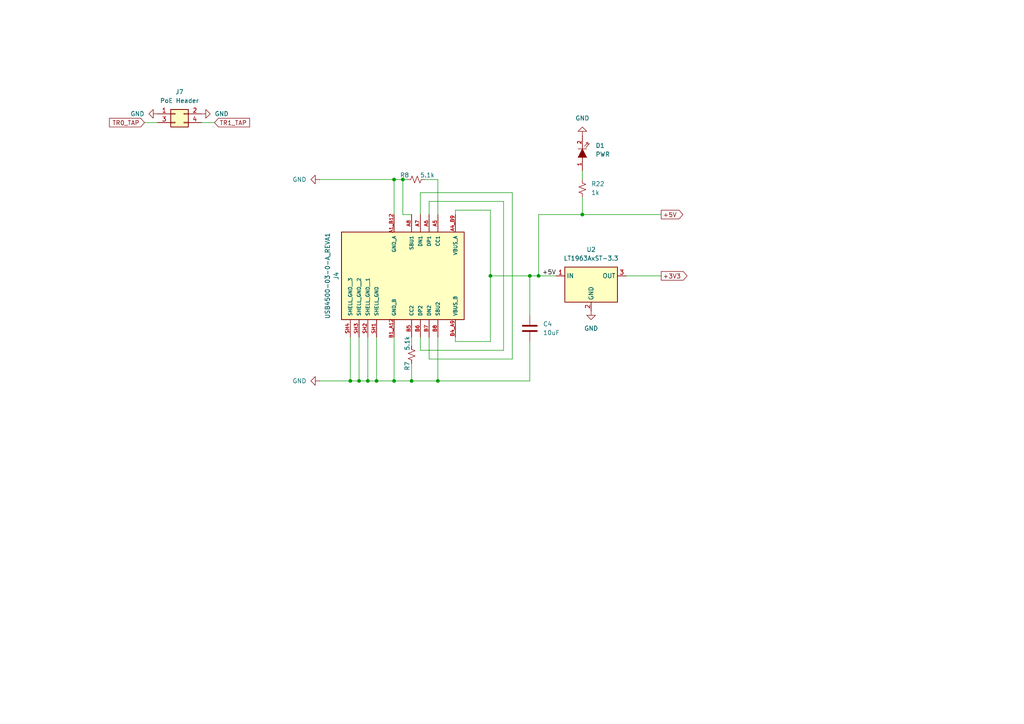
<source format=kicad_sch>
(kicad_sch (version 20231120) (generator "eeschema") (generator_version "8.0")
  (paper "A4")
  (lib_symbols
    (symbol "Connector_Generic:Conn_02x02_Odd_Even" (pin_names (offset 1.016) hide)
      (property "Reference" "J" (at 1.27 2.54 0))
      (property "Value" "Conn_02x02_Odd_Even" (at 1.27 -5.08 0))
      (symbol "Conn_02x02_Odd_Even_1_1"
        (rectangle (start -1.27 -2.413) (end 0 -2.667) (stroke (width 0.1524)))
        (rectangle (start -1.27 0.127) (end 0 -0.127) (stroke (width 0.1524)))
        (rectangle (start -1.27 1.27) (end 3.81 -3.81) (stroke (width 0.254)) (fill (type background)))
        (rectangle (start 3.81 -2.413) (end 2.54 -2.667) (stroke (width 0.1524)))
        (rectangle (start 3.81 0.127) (end 2.54 -0.127) (stroke (width 0.1524)))
        (pin passive line (at -5.08 0 0) (length 3.81) (name "Pin_1") (number "1"))
        (pin passive line (at 7.62 0 180) (length 3.81) (name "Pin_2") (number "2"))
        (pin passive line (at -5.08 -2.54 0) (length 3.81) (name "Pin_3") (number "3"))
        (pin passive line (at 7.62 -2.54 180) (length 3.81) (name "Pin_4") (number "4"))
      )
    )
    (symbol "Connector_USBC:USB4500-03-0-A_REVA1" (pin_names (offset 1.016))
      (property "Reference" "J4" (at 0 20.32 0))
      (property "Value" "USB4500-03-0-A_REVA1" (at 0 17.78 0))
      (symbol "USB4500-03-0-A_REVA1_0_0"
        (rectangle (start -12.7 15.24) (end 12.7 -20.32) (stroke (width 0.254)) (fill (type background)))
        (pin power_in line (at -17.78 -5.08 0) (length 5.08) (name "GND_A") (number "A1_B12"))
        (pin power_out line (at -17.78 12.7 0) (length 5.08) (name "VBUS_A") (number "A4_B9"))
        (pin bidirectional line (at -17.78 7.62 0) (length 5.08) (name "CC1") (number "A5"))
        (pin bidirectional line (at -17.78 5.08 0) (length 5.08) (name "DP1") (number "A6"))
        (pin bidirectional line (at -17.78 2.54 0) (length 5.08) (name "DN1") (number "A7"))
        (pin bidirectional line (at -17.78 0 0) (length 5.08) (name "SBU1") (number "A8"))
        (pin power_in line (at 17.78 -5.08 180) (length 5.08) (name "GND_B") (number "B1_A12"))
        (pin power_out line (at 17.78 12.7 180) (length 5.08) (name "VBUS_B") (number "B4_A9"))
        (pin bidirectional line (at 17.78 0 180) (length 5.08) (name "CC2") (number "B5"))
        (pin bidirectional line (at 17.78 2.54 180) (length 5.08) (name "DP2") (number "B6"))
        (pin bidirectional line (at 17.78 5.08 180) (length 5.08) (name "DN2") (number "B7"))
        (pin bidirectional line (at 17.78 7.62 180) (length 5.08) (name "SBU2") (number "B8"))
        (pin power_in line (at 17.78 -10.16 180) (length 5.08) (name "SHELL_GND") (number "SH1"))
        (pin power_in line (at 17.78 -12.7 180) (length 5.08) (name "SHELL_GND__1") (number "SH2"))
        (pin power_in line (at 17.78 -15.24 180) (length 5.08) (name "SHELL_GND__2") (number "SH3"))
        (pin power_in line (at 17.78 -17.78 180) (length 5.08) (name "SHELL_GND__3") (number "SH4"))
      )
    )
    (symbol "Device:C" (pin_numbers hide) (pin_names (offset 0.254))
      (property "Reference" "C" (at 0.635 2.54 0))
      (property "Value" "C" (at 0.635 -2.54 0))
      (symbol "C_0_1"
        (polyline (pts (xy -2.032 -0.762) (xy 2.032 -0.762)) (stroke (width 0.508)))
        (polyline (pts (xy -2.032 0.762) (xy 2.032 0.762)) (stroke (width 0.508)))
      )
      (symbol "C_1_1"
        (pin passive line (at 0 3.81 270) (length 2.794) (name "~") (number "1"))
        (pin passive line (at 0 -3.81 90) (length 2.794) (name "~") (number "2"))
      )
    )
    (symbol "Device:R_Small_US" (pin_numbers hide) (pin_names (offset 0.254) hide)
      (property "Reference" "R" (at 0.762 0.508 0))
      (property "Value" "R_Small_US" (at 0.762 -1.016 0))
      (symbol "R_Small_US_1_1"
        (polyline (pts (xy 0 0) (xy 1.016 -0.381) (xy 0 -0.762) (xy -1.016 -1.143) (xy 0 -1.524)))
        (polyline (pts (xy 0 1.524) (xy 1.016 1.143) (xy 0 0.762) (xy -1.016 0.381) (xy 0 0)))
        (pin passive line (at 0 2.54 270) (length 1.016) (name "~") (number "1"))
        (pin passive line (at 0 -2.54 90) (length 1.016) (name "~") (number "2"))
      )
    )
    (symbol "Regulator_Linear:LT1963AxST-3.3"
      (property "Reference" "U" (at -7.62 6.35 0))
      (property "Value" "LT1963AxST-3.3" (at -1.27 6.35 0))
      (symbol "LT1963AxST-3.3_0_1"
        (rectangle (start -7.62 5.08) (end 7.62 -5.08) (stroke (width 0.254)) (fill (type background)))
      )
      (symbol "LT1963AxST-3.3_1_1"
        (pin power_in line (at -10.16 2.54 0) (length 2.54) (name "IN") (number "1"))
        (pin power_in line (at 0 -7.62 90) (length 2.54) (name "GND") (number "2"))
        (pin power_out line (at 10.16 2.54 180) (length 2.54) (name "OUT") (number "3"))
      )
    )
    (symbol "power:GND" (power) (pin_numbers hide) (pin_names (offset 0) hide)
      (property "Value" "GND" (at 0 -3.81 0))
      (symbol "GND_0_1"
        (polyline (pts (xy 0 0) (xy 0 -1.27) (xy 1.27 -1.27) (xy 0 -2.54) (xy -1.27 -1.27) (xy 0 -1.27)))
      )
      (symbol "GND_1_1"
        (pin power_in line (at 0 0 270) (length 0) (name "~") (number "1"))
      )
    )
    (symbol "tinkerforge:LED" (pin_names (offset 1.016) hide)
      (property "Reference" "D" (at 0 2.54 0))
      (property "Value" "LED" (at 0 -2.54 0))
      (symbol "LED_0_1"
        (polyline (pts (xy 1.27 1.27) (xy 1.27 -1.27)))
        (polyline (pts (xy -1.27 1.27) (xy 1.27 0) (xy -1.27 -1.27)) (fill (type outline)))
        (polyline (pts (xy 1.651 -1.016) (xy 2.794 -2.032) (xy 2.667 -1.397)))
        (polyline (pts (xy 2.032 -0.635) (xy 3.175 -1.651) (xy 3.048 -1.016)))
      )
      (symbol "LED_1_1"
        (pin passive line (at -5.08 0 0) (length 3.81) (name "A") (number "1"))
        (pin passive line (at 5.08 0 180) (length 3.81) (name "K") (number "2"))
      )
    )
  )
  (junction (at 119.38 110.49))
  (junction (at 114.3 52.07))
  (junction (at 106.68 110.49))
  (junction (at 127 110.49))
  (junction (at 142.24 80.01))
  (junction (at 104.14 110.49))
  (junction (at 156.21 80.01))
  (junction (at 109.22 110.49))
  (junction (at 114.3 110.49))
  (junction (at 168.91 62.23))
  (junction (at 116.84 52.07))
  (junction (at 101.6 110.49))
  (junction (at 153.67 80.01))
  (wire (pts (xy 106.68 97.79) (xy 106.68 110.49)))
  (wire (pts (xy 124.46 62.23) (xy 124.46 58.42)))
  (wire (pts (xy 132.08 60.96) (xy 142.24 60.96)))
  (wire (pts (xy 121.92 55.88) (xy 121.92 62.23)))
  (wire (pts (xy 127 110.49) (xy 153.67 110.49)))
  (wire (pts (xy 148.59 104.14) (xy 148.59 55.88)))
  (wire (pts (xy 124.46 58.42) (xy 146.05 58.42)))
  (wire (pts (xy 116.84 52.07) (xy 118.11 52.07)))
  (wire (pts (xy 119.38 97.79) (xy 119.38 100.33)))
  (wire (pts (xy 181.61 80.01) (xy 191.77 80.01)))
  (wire (pts (xy 168.91 57.15) (xy 168.91 62.23)))
  (wire (pts (xy 104.14 110.49) (xy 106.68 110.49)))
  (wire (pts (xy 109.22 110.49) (xy 114.3 110.49)))
  (wire (pts (xy 101.6 110.49) (xy 104.14 110.49)))
  (wire (pts (xy 153.67 99.06) (xy 153.67 110.49)))
  (wire (pts (xy 124.46 104.14) (xy 148.59 104.14)))
  (wire (pts (xy 119.38 62.23) (xy 116.84 62.23)))
  (wire (pts (xy 109.22 97.79) (xy 109.22 110.49)))
  (wire (pts (xy 156.21 80.01) (xy 161.29 80.01)))
  (wire (pts (xy 153.67 80.01) (xy 156.21 80.01)))
  (wire (pts (xy 127 52.07) (xy 123.19 52.07)))
  (wire (pts (xy 142.24 80.01) (xy 142.24 99.06)))
  (wire (pts (xy 148.59 55.88) (xy 121.92 55.88)))
  (wire (pts (xy 114.3 52.07) (xy 116.84 52.07)))
  (wire (pts (xy 92.71 110.49) (xy 101.6 110.49)))
  (wire (pts (xy 127 110.49) (xy 119.38 110.49)))
  (wire (pts (xy 132.08 99.06) (xy 132.08 97.79)))
  (wire (pts (xy 106.68 110.49) (xy 109.22 110.49)))
  (wire (pts (xy 124.46 97.79) (xy 124.46 104.14)))
  (wire (pts (xy 121.92 101.6) (xy 121.92 97.79)))
  (wire (pts (xy 168.91 49.53) (xy 168.91 52.07)))
  (wire (pts (xy 114.3 97.79) (xy 114.3 110.49)))
  (wire (pts (xy 116.84 62.23) (xy 116.84 52.07)))
  (wire (pts (xy 146.05 58.42) (xy 146.05 101.6)))
  (wire (pts (xy 62.23 35.56) (xy 58.42 35.56)))
  (wire (pts (xy 101.6 97.79) (xy 101.6 110.49)))
  (wire (pts (xy 92.71 52.07) (xy 114.3 52.07)))
  (wire (pts (xy 142.24 60.96) (xy 142.24 80.01)))
  (wire (pts (xy 132.08 62.23) (xy 132.08 60.96)))
  (wire (pts (xy 41.91 35.56) (xy 45.72 35.56)))
  (wire (pts (xy 114.3 110.49) (xy 119.38 110.49)))
  (wire (pts (xy 142.24 99.06) (xy 132.08 99.06)))
  (wire (pts (xy 153.67 80.01) (xy 153.67 91.44)))
  (wire (pts (xy 156.21 80.01) (xy 156.21 62.23)))
  (wire (pts (xy 127 62.23) (xy 127 52.07)))
  (wire (pts (xy 114.3 52.07) (xy 114.3 62.23)))
  (wire (pts (xy 142.24 80.01) (xy 153.67 80.01)))
  (wire (pts (xy 146.05 101.6) (xy 121.92 101.6)))
  (wire (pts (xy 119.38 105.41) (xy 119.38 110.49)))
  (wire (pts (xy 156.21 62.23) (xy 168.91 62.23)))
  (wire (pts (xy 168.91 62.23) (xy 191.77 62.23)))
  (wire (pts (xy 104.14 97.79) (xy 104.14 110.49)))
  (wire (pts (xy 127 97.79) (xy 127 110.49)))
  (label "+5V" (at 161.29 80.01 180))
  (global_label "+5V" (shape output) (at 191.77 62.23 0) (property "Intersheetrefs" "${INTERSHEET_REFS}" (effects (hide yes))))
  (global_label "TR0_TAP" (shape input) (at 41.91 35.56 180) (property "Intersheetrefs" "${INTERSHEET_REFS}" (effects (hide yes))))
  (global_label "TR1_TAP" (shape input) (at 62.23 35.56 0) (property "Intersheetrefs" "${INTERSHEET_REFS}" (effects (hide yes))))
  (global_label "+3V3" (shape output) (at 191.77 80.01 0) (property "Intersheetrefs" "${INTERSHEET_REFS}" (effects (hide yes))))
  (symbol (lib_id "Connector_USBC:USB4500-03-0-A_REVA1") (at 119.38 80.01 270) (unit 1)
    (property "Reference" "J4" (at 97.536 80.01 0))
    (property "Value" "USB4500-03-0-A_REVA1" (at 94.996 80.01 0))
    (property "Footprint" "PowerJack:GCT_USB4500-03-0-A_REVA1" (effects (hide yes)))
    (property "PARTREV" "A1" (effects (hide yes)))
    (property "STANDARD" "Manufacturer Recommendations" (effects (hide yes)))
    (property "SNAPEDA_PN" "USB4500-03-0-A" (effects (hide yes)))
    (property "MAXIMUM_PACKAGE_HEIGHT" "2.36 mm" (effects (hide yes)))
    (property "MANUFACTURER" "Global Connector Technology" (effects (hide yes)))
  )
  (symbol (lib_id "Regulator_Linear:LT1963AxST-3.3") (at 171.45 82.55 0) (unit 1)
    (property "Reference" "U2" (at 171.45 72.39 0))
    (property "Value" "LT1963AxST-3.3" (at 171.45 74.93 0))
    (property "Footprint" "Package_TO_SOT_SMD:SOT-223-3_TabPin2" (effects (hide yes)))
    (property "Datasheet" "https://www.analog.com/media/en/technical-documentation/data-sheets/1963aff.pdf" (effects (hide yes)))
    (property "Description" "3.3V, 1.5A, Low Noise, Fast Transient Response LDO Regulator, SOT-223" (effects (hide yes)))
  )
  (symbol (lib_id "Device:R_Small_US") (at 119.38 102.87 180) (unit 1)
    (property "Reference" "R7" (at 118.11 106.172 90))
    (property "Value" "5.1k" (at 118.11 99.568 90))
    (property "Footprint" "Resistor_SMD:R_0402_1005Metric_Pad0.72x0.64mm_HandSolder" (effects (hide yes)))
    (property "Description" "Resistor, small US symbol" (effects (hide yes)))
  )
  (symbol (lib_id "power:GND") (at 168.91 39.37 180) (unit 1)
    (property "Reference" "#PWR024" (effects (hide yes)))
    (property "Value" "GND" (at 168.91 34.29 0))
    (property "Description" "Power symbol creates a global label with name \"GND\" , ground" (effects (hide yes)))
  )
  (symbol (lib_id "power:GND") (at 92.71 52.07 270) (unit 1)
    (property "Reference" "#PWR09" (effects (hide yes)))
    (property "Value" "GND" (at 88.9 52.0699 90) (effects (justify right)))
    (property "Description" "Power symbol creates a global label with name \"GND\" , ground" (effects (hide yes)))
  )
  (symbol (lib_id "Device:C") (at 153.67 95.25 0) (unit 1)
    (property "Reference" "C4" (at 157.48 93.9799 0) (effects (justify left)))
    (property "Value" "10uF" (at 157.48 96.5199 0) (effects (justify left)))
    (property "Footprint" "Capacitor_SMD:C_0402_1005Metric_Pad0.74x0.62mm_HandSolder" (effects (hide yes)))
    (property "Description" "Unpolarized capacitor" (effects (hide yes)))
  )
  (symbol (lib_id "Device:R_Small_US") (at 168.91 54.61 0) (unit 1)
    (property "Reference" "R22" (at 171.45 53.3399 0) (effects (justify left)))
    (property "Value" "1k" (at 171.45 55.8799 0) (effects (justify left)))
    (property "Footprint" "Resistor_SMD:R_0402_1005Metric_Pad0.72x0.64mm_HandSolder" (effects (hide yes)))
    (property "Description" "Resistor, small US symbol" (effects (hide yes)))
  )
  (symbol (lib_id "power:GND") (at 92.71 110.49 270) (unit 1)
    (property "Reference" "#PWR010" (effects (hide yes)))
    (property "Value" "GND" (at 88.9 110.4899 90) (effects (justify right)))
    (property "Description" "Power symbol creates a global label with name \"GND\" , ground" (effects (hide yes)))
  )
  (symbol (lib_id "power:GND") (at 171.45 90.17 0) (unit 1)
    (property "Reference" "#PWR011" (effects (hide yes)))
    (property "Value" "GND" (at 171.45 95.25 0))
    (property "Description" "Power symbol creates a global label with name \"GND\" , ground" (effects (hide yes)))
  )
  (symbol (lib_id "Device:R_Small_US") (at 120.65 52.07 90) (unit 1)
    (property "Reference" "R8" (at 117.348 50.8 90))
    (property "Value" "5.1k" (at 123.952 50.8 90))
    (property "Footprint" "Resistor_SMD:R_0402_1005Metric_Pad0.72x0.64mm_HandSolder" (effects (hide yes)))
    (property "Description" "Resistor, small US symbol" (effects (hide yes)))
  )
  (symbol (lib_id "tinkerforge:LED") (at 168.91 44.45 90) (unit 1)
    (property "Reference" "D1" (at 172.72 42.2274 90) (effects (justify right)))
    (property "Value" "PWR" (at 172.72 44.7674 90) (effects (justify right)))
    (property "Footprint" "LED_SMD:LED_1206_3216Metric_Pad1.42x1.75mm_HandSolder" (effects (hide yes)))
  )
  (symbol (lib_id "power:GND") (at 58.42 33.02 90) (unit 1)
    (property "Reference" "#PWR025" (effects (hide yes)))
    (property "Value" "GND" (at 62.23 33.0199 90) (effects (justify right)))
    (property "Description" "Power symbol creates a global label with name \"GND\" , ground" (effects (hide yes)))
  )
  (symbol (lib_id "power:GND") (at 45.72 33.02 270) (unit 1)
    (property "Reference" "#PWR026" (effects (hide yes)))
    (property "Value" "GND" (at 41.91 33.0199 90) (effects (justify right)))
    (property "Description" "Power symbol creates a global label with name \"GND\" , ground" (effects (hide yes)))
  )
  (symbol (lib_id "Connector_Generic:Conn_02x02_Odd_Even") (at 50.8 33.02 0) (unit 1)
    (property "Reference" "J7" (at 52.07 26.67 0))
    (property "Value" "PoE Header" (at 52.07 29.21 0))
    (property "Footprint" "Connector_PinHeader_2.54mm:PinHeader_2x02_P2.54mm_Vertical" (effects (hide yes)))
    (property "Description" "Generic connector, double row, 02x02, odd/even pin numbering scheme (row 1 odd numbers, row 2 even numbers), script generated (kicad-library-utils/schlib/autogen/connector/)" (effects (hide yes)))
  )
)
</source>
